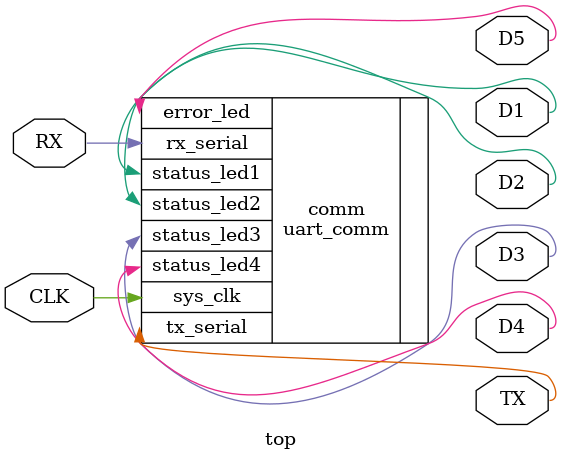
<source format=v>
module top (
	input wire CLK,
	input wire RX,
	output wire TX,
    output wire D1,
    output wire D2,
    output wire D3,
    output wire D4,
    output wire D5,
);

	uart_comm comm (
		.sys_clk (CLK),
		.rx_serial (RX),
		.tx_serial (TX),
        .error_led (D5),
        .status_led1 (D1),
        .status_led2 (D2),
        .status_led3 (D3),
        .status_led4 (D4)
	);

endmodule
</source>
